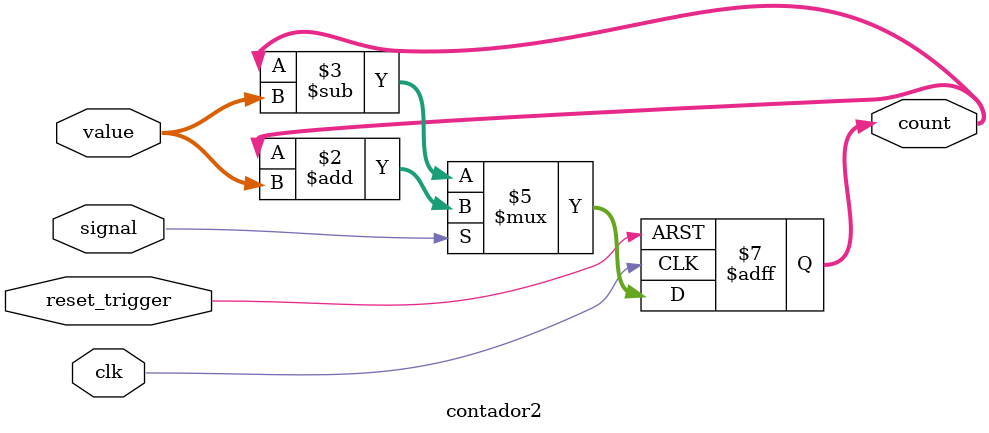
<source format=v>
module contador(clk,reset,up_down,load,data,count);
  input clk,reset,load,up_down;
  input [7:0] data;
  output reg [7:0] count;

  always@(posedge clk, posedge reset) 
    if(reset) 
      count <= 8'd0;
    else if(load)
		count <= data;    
    else if(up_down) 
      count <= count + 1;
    else            
      count <= count - 1;
endmodule 

module contador_disp(clk,reset,up_down,load,data,count);
  input clk,reset,load,up_down;
  input [7:0] data;
  output reg [7:0] count;

  always@(posedge clk) 
    if(reset) 
      count <= 8'd0;
    else if(load)
		count <= count + data;   
    else if(up_down)        
      count <= count + 1;
    else            
      if (count > 0)
        count <= count - 1;
      else
        count <= 0;
endmodule 

module contador2 (
    input clk,
    input reset_trigger,   // Reset assíncrono
    input signal,          // Direção

    input [7:0] value,
    output reg [7:0] count
);

always @(posedge clk or posedge reset_trigger) begin
    if (reset_trigger) begin
        count <= 8'd0;
    end else begin
        if (signal)

            count <= count + value;
        else

            count <= count - value;
    end
end

endmodule
</source>
